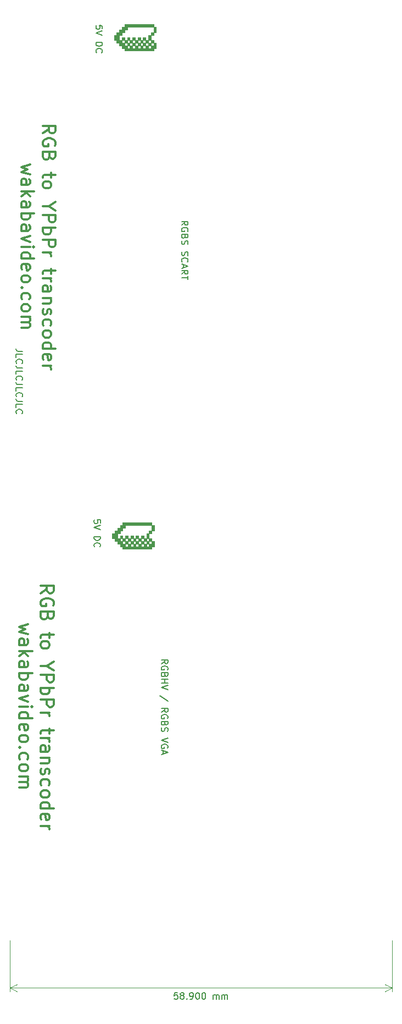
<source format=gbr>
G04 #@! TF.GenerationSoftware,KiCad,Pcbnew,(5.1.12)-1*
G04 #@! TF.CreationDate,2021-11-28T05:59:15+13:00*
G04 #@! TF.ProjectId,RGB-to-component-covers,5247422d-746f-42d6-936f-6d706f6e656e,rev?*
G04 #@! TF.SameCoordinates,Original*
G04 #@! TF.FileFunction,Legend,Top*
G04 #@! TF.FilePolarity,Positive*
%FSLAX46Y46*%
G04 Gerber Fmt 4.6, Leading zero omitted, Abs format (unit mm)*
G04 Created by KiCad (PCBNEW (5.1.12)-1) date 2021-11-28 05:59:15*
%MOMM*%
%LPD*%
G01*
G04 APERTURE LIST*
%ADD10C,0.150000*%
%ADD11C,0.120000*%
%ADD12C,0.300000*%
%ADD13C,0.010000*%
G04 APERTURE END LIST*
D10*
X101830952Y-194022380D02*
X101354761Y-194022380D01*
X101307142Y-194498571D01*
X101354761Y-194450952D01*
X101450000Y-194403333D01*
X101688095Y-194403333D01*
X101783333Y-194450952D01*
X101830952Y-194498571D01*
X101878571Y-194593809D01*
X101878571Y-194831904D01*
X101830952Y-194927142D01*
X101783333Y-194974761D01*
X101688095Y-195022380D01*
X101450000Y-195022380D01*
X101354761Y-194974761D01*
X101307142Y-194927142D01*
X102450000Y-194450952D02*
X102354761Y-194403333D01*
X102307142Y-194355714D01*
X102259523Y-194260476D01*
X102259523Y-194212857D01*
X102307142Y-194117619D01*
X102354761Y-194070000D01*
X102450000Y-194022380D01*
X102640476Y-194022380D01*
X102735714Y-194070000D01*
X102783333Y-194117619D01*
X102830952Y-194212857D01*
X102830952Y-194260476D01*
X102783333Y-194355714D01*
X102735714Y-194403333D01*
X102640476Y-194450952D01*
X102450000Y-194450952D01*
X102354761Y-194498571D01*
X102307142Y-194546190D01*
X102259523Y-194641428D01*
X102259523Y-194831904D01*
X102307142Y-194927142D01*
X102354761Y-194974761D01*
X102450000Y-195022380D01*
X102640476Y-195022380D01*
X102735714Y-194974761D01*
X102783333Y-194927142D01*
X102830952Y-194831904D01*
X102830952Y-194641428D01*
X102783333Y-194546190D01*
X102735714Y-194498571D01*
X102640476Y-194450952D01*
X103259523Y-194927142D02*
X103307142Y-194974761D01*
X103259523Y-195022380D01*
X103211904Y-194974761D01*
X103259523Y-194927142D01*
X103259523Y-195022380D01*
X103783333Y-195022380D02*
X103973809Y-195022380D01*
X104069047Y-194974761D01*
X104116666Y-194927142D01*
X104211904Y-194784285D01*
X104259523Y-194593809D01*
X104259523Y-194212857D01*
X104211904Y-194117619D01*
X104164285Y-194070000D01*
X104069047Y-194022380D01*
X103878571Y-194022380D01*
X103783333Y-194070000D01*
X103735714Y-194117619D01*
X103688095Y-194212857D01*
X103688095Y-194450952D01*
X103735714Y-194546190D01*
X103783333Y-194593809D01*
X103878571Y-194641428D01*
X104069047Y-194641428D01*
X104164285Y-194593809D01*
X104211904Y-194546190D01*
X104259523Y-194450952D01*
X104878571Y-194022380D02*
X104973809Y-194022380D01*
X105069047Y-194070000D01*
X105116666Y-194117619D01*
X105164285Y-194212857D01*
X105211904Y-194403333D01*
X105211904Y-194641428D01*
X105164285Y-194831904D01*
X105116666Y-194927142D01*
X105069047Y-194974761D01*
X104973809Y-195022380D01*
X104878571Y-195022380D01*
X104783333Y-194974761D01*
X104735714Y-194927142D01*
X104688095Y-194831904D01*
X104640476Y-194641428D01*
X104640476Y-194403333D01*
X104688095Y-194212857D01*
X104735714Y-194117619D01*
X104783333Y-194070000D01*
X104878571Y-194022380D01*
X105830952Y-194022380D02*
X105926190Y-194022380D01*
X106021428Y-194070000D01*
X106069047Y-194117619D01*
X106116666Y-194212857D01*
X106164285Y-194403333D01*
X106164285Y-194641428D01*
X106116666Y-194831904D01*
X106069047Y-194927142D01*
X106021428Y-194974761D01*
X105926190Y-195022380D01*
X105830952Y-195022380D01*
X105735714Y-194974761D01*
X105688095Y-194927142D01*
X105640476Y-194831904D01*
X105592857Y-194641428D01*
X105592857Y-194403333D01*
X105640476Y-194212857D01*
X105688095Y-194117619D01*
X105735714Y-194070000D01*
X105830952Y-194022380D01*
X107354761Y-195022380D02*
X107354761Y-194355714D01*
X107354761Y-194450952D02*
X107402380Y-194403333D01*
X107497619Y-194355714D01*
X107640476Y-194355714D01*
X107735714Y-194403333D01*
X107783333Y-194498571D01*
X107783333Y-195022380D01*
X107783333Y-194498571D02*
X107830952Y-194403333D01*
X107926190Y-194355714D01*
X108069047Y-194355714D01*
X108164285Y-194403333D01*
X108211904Y-194498571D01*
X108211904Y-195022380D01*
X108688095Y-195022380D02*
X108688095Y-194355714D01*
X108688095Y-194450952D02*
X108735714Y-194403333D01*
X108830952Y-194355714D01*
X108973809Y-194355714D01*
X109069047Y-194403333D01*
X109116666Y-194498571D01*
X109116666Y-195022380D01*
X109116666Y-194498571D02*
X109164285Y-194403333D01*
X109259523Y-194355714D01*
X109402380Y-194355714D01*
X109497619Y-194403333D01*
X109545238Y-194498571D01*
X109545238Y-195022380D01*
D11*
X134900000Y-193300000D02*
X76000000Y-193300000D01*
X134900000Y-185950000D02*
X134900000Y-193886421D01*
X76000000Y-185950000D02*
X76000000Y-193886421D01*
X76000000Y-193300000D02*
X77126504Y-192713579D01*
X76000000Y-193300000D02*
X77126504Y-193886421D01*
X134900000Y-193300000D02*
X133773496Y-192713579D01*
X134900000Y-193300000D02*
X133773496Y-193886421D01*
D12*
X81045238Y-61723809D02*
X81997619Y-61057142D01*
X81045238Y-60580952D02*
X83045238Y-60580952D01*
X83045238Y-61342857D01*
X82950000Y-61533333D01*
X82854761Y-61628571D01*
X82664285Y-61723809D01*
X82378571Y-61723809D01*
X82188095Y-61628571D01*
X82092857Y-61533333D01*
X81997619Y-61342857D01*
X81997619Y-60580952D01*
X82950000Y-63628571D02*
X83045238Y-63438095D01*
X83045238Y-63152380D01*
X82950000Y-62866666D01*
X82759523Y-62676190D01*
X82569047Y-62580952D01*
X82188095Y-62485714D01*
X81902380Y-62485714D01*
X81521428Y-62580952D01*
X81330952Y-62676190D01*
X81140476Y-62866666D01*
X81045238Y-63152380D01*
X81045238Y-63342857D01*
X81140476Y-63628571D01*
X81235714Y-63723809D01*
X81902380Y-63723809D01*
X81902380Y-63342857D01*
X82092857Y-65247619D02*
X81997619Y-65533333D01*
X81902380Y-65628571D01*
X81711904Y-65723809D01*
X81426190Y-65723809D01*
X81235714Y-65628571D01*
X81140476Y-65533333D01*
X81045238Y-65342857D01*
X81045238Y-64580952D01*
X83045238Y-64580952D01*
X83045238Y-65247619D01*
X82950000Y-65438095D01*
X82854761Y-65533333D01*
X82664285Y-65628571D01*
X82473809Y-65628571D01*
X82283333Y-65533333D01*
X82188095Y-65438095D01*
X82092857Y-65247619D01*
X82092857Y-64580952D01*
X82378571Y-67819047D02*
X82378571Y-68580952D01*
X83045238Y-68104761D02*
X81330952Y-68104761D01*
X81140476Y-68200000D01*
X81045238Y-68390476D01*
X81045238Y-68580952D01*
X81045238Y-69533333D02*
X81140476Y-69342857D01*
X81235714Y-69247619D01*
X81426190Y-69152380D01*
X81997619Y-69152380D01*
X82188095Y-69247619D01*
X82283333Y-69342857D01*
X82378571Y-69533333D01*
X82378571Y-69819047D01*
X82283333Y-70009523D01*
X82188095Y-70104761D01*
X81997619Y-70200000D01*
X81426190Y-70200000D01*
X81235714Y-70104761D01*
X81140476Y-70009523D01*
X81045238Y-69819047D01*
X81045238Y-69533333D01*
X81997619Y-72961904D02*
X81045238Y-72961904D01*
X83045238Y-72295238D02*
X81997619Y-72961904D01*
X83045238Y-73628571D01*
X81045238Y-74295238D02*
X83045238Y-74295238D01*
X83045238Y-75057142D01*
X82950000Y-75247619D01*
X82854761Y-75342857D01*
X82664285Y-75438095D01*
X82378571Y-75438095D01*
X82188095Y-75342857D01*
X82092857Y-75247619D01*
X81997619Y-75057142D01*
X81997619Y-74295238D01*
X81045238Y-76295238D02*
X83045238Y-76295238D01*
X82283333Y-76295238D02*
X82378571Y-76485714D01*
X82378571Y-76866666D01*
X82283333Y-77057142D01*
X82188095Y-77152380D01*
X81997619Y-77247619D01*
X81426190Y-77247619D01*
X81235714Y-77152380D01*
X81140476Y-77057142D01*
X81045238Y-76866666D01*
X81045238Y-76485714D01*
X81140476Y-76295238D01*
X81045238Y-78104761D02*
X83045238Y-78104761D01*
X83045238Y-78866666D01*
X82950000Y-79057142D01*
X82854761Y-79152380D01*
X82664285Y-79247619D01*
X82378571Y-79247619D01*
X82188095Y-79152380D01*
X82092857Y-79057142D01*
X81997619Y-78866666D01*
X81997619Y-78104761D01*
X81045238Y-80104761D02*
X82378571Y-80104761D01*
X81997619Y-80104761D02*
X82188095Y-80200000D01*
X82283333Y-80295238D01*
X82378571Y-80485714D01*
X82378571Y-80676190D01*
X82378571Y-82580952D02*
X82378571Y-83342857D01*
X83045238Y-82866666D02*
X81330952Y-82866666D01*
X81140476Y-82961904D01*
X81045238Y-83152380D01*
X81045238Y-83342857D01*
X81045238Y-84009523D02*
X82378571Y-84009523D01*
X81997619Y-84009523D02*
X82188095Y-84104761D01*
X82283333Y-84200000D01*
X82378571Y-84390476D01*
X82378571Y-84580952D01*
X81045238Y-86104761D02*
X82092857Y-86104761D01*
X82283333Y-86009523D01*
X82378571Y-85819047D01*
X82378571Y-85438095D01*
X82283333Y-85247619D01*
X81140476Y-86104761D02*
X81045238Y-85914285D01*
X81045238Y-85438095D01*
X81140476Y-85247619D01*
X81330952Y-85152380D01*
X81521428Y-85152380D01*
X81711904Y-85247619D01*
X81807142Y-85438095D01*
X81807142Y-85914285D01*
X81902380Y-86104761D01*
X82378571Y-87057142D02*
X81045238Y-87057142D01*
X82188095Y-87057142D02*
X82283333Y-87152380D01*
X82378571Y-87342857D01*
X82378571Y-87628571D01*
X82283333Y-87819047D01*
X82092857Y-87914285D01*
X81045238Y-87914285D01*
X81140476Y-88771428D02*
X81045238Y-88961904D01*
X81045238Y-89342857D01*
X81140476Y-89533333D01*
X81330952Y-89628571D01*
X81426190Y-89628571D01*
X81616666Y-89533333D01*
X81711904Y-89342857D01*
X81711904Y-89057142D01*
X81807142Y-88866666D01*
X81997619Y-88771428D01*
X82092857Y-88771428D01*
X82283333Y-88866666D01*
X82378571Y-89057142D01*
X82378571Y-89342857D01*
X82283333Y-89533333D01*
X81140476Y-91342857D02*
X81045238Y-91152380D01*
X81045238Y-90771428D01*
X81140476Y-90580952D01*
X81235714Y-90485714D01*
X81426190Y-90390476D01*
X81997619Y-90390476D01*
X82188095Y-90485714D01*
X82283333Y-90580952D01*
X82378571Y-90771428D01*
X82378571Y-91152380D01*
X82283333Y-91342857D01*
X81045238Y-92485714D02*
X81140476Y-92295238D01*
X81235714Y-92200000D01*
X81426190Y-92104761D01*
X81997619Y-92104761D01*
X82188095Y-92200000D01*
X82283333Y-92295238D01*
X82378571Y-92485714D01*
X82378571Y-92771428D01*
X82283333Y-92961904D01*
X82188095Y-93057142D01*
X81997619Y-93152380D01*
X81426190Y-93152380D01*
X81235714Y-93057142D01*
X81140476Y-92961904D01*
X81045238Y-92771428D01*
X81045238Y-92485714D01*
X81045238Y-94866666D02*
X83045238Y-94866666D01*
X81140476Y-94866666D02*
X81045238Y-94676190D01*
X81045238Y-94295238D01*
X81140476Y-94104761D01*
X81235714Y-94009523D01*
X81426190Y-93914285D01*
X81997619Y-93914285D01*
X82188095Y-94009523D01*
X82283333Y-94104761D01*
X82378571Y-94295238D01*
X82378571Y-94676190D01*
X82283333Y-94866666D01*
X81140476Y-96580952D02*
X81045238Y-96390476D01*
X81045238Y-96009523D01*
X81140476Y-95819047D01*
X81330952Y-95723809D01*
X82092857Y-95723809D01*
X82283333Y-95819047D01*
X82378571Y-96009523D01*
X82378571Y-96390476D01*
X82283333Y-96580952D01*
X82092857Y-96676190D01*
X81902380Y-96676190D01*
X81711904Y-95723809D01*
X81045238Y-97533333D02*
X82378571Y-97533333D01*
X81997619Y-97533333D02*
X82188095Y-97628571D01*
X82283333Y-97723809D01*
X82378571Y-97914285D01*
X82378571Y-98104761D01*
X79078571Y-66533333D02*
X77745238Y-66914285D01*
X78697619Y-67295238D01*
X77745238Y-67676190D01*
X79078571Y-68057142D01*
X77745238Y-69676190D02*
X78792857Y-69676190D01*
X78983333Y-69580952D01*
X79078571Y-69390476D01*
X79078571Y-69009523D01*
X78983333Y-68819047D01*
X77840476Y-69676190D02*
X77745238Y-69485714D01*
X77745238Y-69009523D01*
X77840476Y-68819047D01*
X78030952Y-68723809D01*
X78221428Y-68723809D01*
X78411904Y-68819047D01*
X78507142Y-69009523D01*
X78507142Y-69485714D01*
X78602380Y-69676190D01*
X77745238Y-70628571D02*
X79745238Y-70628571D01*
X78507142Y-70819047D02*
X77745238Y-71390476D01*
X79078571Y-71390476D02*
X78316666Y-70628571D01*
X77745238Y-73104761D02*
X78792857Y-73104761D01*
X78983333Y-73009523D01*
X79078571Y-72819047D01*
X79078571Y-72438095D01*
X78983333Y-72247619D01*
X77840476Y-73104761D02*
X77745238Y-72914285D01*
X77745238Y-72438095D01*
X77840476Y-72247619D01*
X78030952Y-72152380D01*
X78221428Y-72152380D01*
X78411904Y-72247619D01*
X78507142Y-72438095D01*
X78507142Y-72914285D01*
X78602380Y-73104761D01*
X77745238Y-74057142D02*
X79745238Y-74057142D01*
X78983333Y-74057142D02*
X79078571Y-74247619D01*
X79078571Y-74628571D01*
X78983333Y-74819047D01*
X78888095Y-74914285D01*
X78697619Y-75009523D01*
X78126190Y-75009523D01*
X77935714Y-74914285D01*
X77840476Y-74819047D01*
X77745238Y-74628571D01*
X77745238Y-74247619D01*
X77840476Y-74057142D01*
X77745238Y-76723809D02*
X78792857Y-76723809D01*
X78983333Y-76628571D01*
X79078571Y-76438095D01*
X79078571Y-76057142D01*
X78983333Y-75866666D01*
X77840476Y-76723809D02*
X77745238Y-76533333D01*
X77745238Y-76057142D01*
X77840476Y-75866666D01*
X78030952Y-75771428D01*
X78221428Y-75771428D01*
X78411904Y-75866666D01*
X78507142Y-76057142D01*
X78507142Y-76533333D01*
X78602380Y-76723809D01*
X79078571Y-77485714D02*
X77745238Y-77961904D01*
X79078571Y-78438095D01*
X77745238Y-79200000D02*
X79078571Y-79200000D01*
X79745238Y-79200000D02*
X79650000Y-79104761D01*
X79554761Y-79200000D01*
X79650000Y-79295238D01*
X79745238Y-79200000D01*
X79554761Y-79200000D01*
X77745238Y-81009523D02*
X79745238Y-81009523D01*
X77840476Y-81009523D02*
X77745238Y-80819047D01*
X77745238Y-80438095D01*
X77840476Y-80247619D01*
X77935714Y-80152380D01*
X78126190Y-80057142D01*
X78697619Y-80057142D01*
X78888095Y-80152380D01*
X78983333Y-80247619D01*
X79078571Y-80438095D01*
X79078571Y-80819047D01*
X78983333Y-81009523D01*
X77840476Y-82723809D02*
X77745238Y-82533333D01*
X77745238Y-82152380D01*
X77840476Y-81961904D01*
X78030952Y-81866666D01*
X78792857Y-81866666D01*
X78983333Y-81961904D01*
X79078571Y-82152380D01*
X79078571Y-82533333D01*
X78983333Y-82723809D01*
X78792857Y-82819047D01*
X78602380Y-82819047D01*
X78411904Y-81866666D01*
X77745238Y-83961904D02*
X77840476Y-83771428D01*
X77935714Y-83676190D01*
X78126190Y-83580952D01*
X78697619Y-83580952D01*
X78888095Y-83676190D01*
X78983333Y-83771428D01*
X79078571Y-83961904D01*
X79078571Y-84247619D01*
X78983333Y-84438095D01*
X78888095Y-84533333D01*
X78697619Y-84628571D01*
X78126190Y-84628571D01*
X77935714Y-84533333D01*
X77840476Y-84438095D01*
X77745238Y-84247619D01*
X77745238Y-83961904D01*
X77935714Y-85485714D02*
X77840476Y-85580952D01*
X77745238Y-85485714D01*
X77840476Y-85390476D01*
X77935714Y-85485714D01*
X77745238Y-85485714D01*
X77840476Y-87295238D02*
X77745238Y-87104761D01*
X77745238Y-86723809D01*
X77840476Y-86533333D01*
X77935714Y-86438095D01*
X78126190Y-86342857D01*
X78697619Y-86342857D01*
X78888095Y-86438095D01*
X78983333Y-86533333D01*
X79078571Y-86723809D01*
X79078571Y-87104761D01*
X78983333Y-87295238D01*
X77745238Y-88438095D02*
X77840476Y-88247619D01*
X77935714Y-88152380D01*
X78126190Y-88057142D01*
X78697619Y-88057142D01*
X78888095Y-88152380D01*
X78983333Y-88247619D01*
X79078571Y-88438095D01*
X79078571Y-88723809D01*
X78983333Y-88914285D01*
X78888095Y-89009523D01*
X78697619Y-89104761D01*
X78126190Y-89104761D01*
X77935714Y-89009523D01*
X77840476Y-88914285D01*
X77745238Y-88723809D01*
X77745238Y-88438095D01*
X77745238Y-89961904D02*
X79078571Y-89961904D01*
X78888095Y-89961904D02*
X78983333Y-90057142D01*
X79078571Y-90247619D01*
X79078571Y-90533333D01*
X78983333Y-90723809D01*
X78792857Y-90819047D01*
X77745238Y-90819047D01*
X78792857Y-90819047D02*
X78983333Y-90914285D01*
X79078571Y-91104761D01*
X79078571Y-91390476D01*
X78983333Y-91580952D01*
X78792857Y-91676190D01*
X77745238Y-91676190D01*
D10*
X90247619Y-45628571D02*
X90247619Y-45152380D01*
X89771428Y-45104761D01*
X89819047Y-45152380D01*
X89866666Y-45247619D01*
X89866666Y-45485714D01*
X89819047Y-45580952D01*
X89771428Y-45628571D01*
X89676190Y-45676190D01*
X89438095Y-45676190D01*
X89342857Y-45628571D01*
X89295238Y-45580952D01*
X89247619Y-45485714D01*
X89247619Y-45247619D01*
X89295238Y-45152380D01*
X89342857Y-45104761D01*
X90247619Y-45961904D02*
X89247619Y-46295238D01*
X90247619Y-46628571D01*
X89247619Y-47723809D02*
X90247619Y-47723809D01*
X90247619Y-47961904D01*
X90200000Y-48104761D01*
X90104761Y-48200000D01*
X90009523Y-48247619D01*
X89819047Y-48295238D01*
X89676190Y-48295238D01*
X89485714Y-48247619D01*
X89390476Y-48200000D01*
X89295238Y-48104761D01*
X89247619Y-47961904D01*
X89247619Y-47723809D01*
X89342857Y-49295238D02*
X89295238Y-49247619D01*
X89247619Y-49104761D01*
X89247619Y-49009523D01*
X89295238Y-48866666D01*
X89390476Y-48771428D01*
X89485714Y-48723809D01*
X89676190Y-48676190D01*
X89819047Y-48676190D01*
X90009523Y-48723809D01*
X90104761Y-48771428D01*
X90200000Y-48866666D01*
X90247619Y-49009523D01*
X90247619Y-49104761D01*
X90200000Y-49247619D01*
X90152380Y-49295238D01*
X102447619Y-75866666D02*
X102923809Y-75533333D01*
X102447619Y-75295238D02*
X103447619Y-75295238D01*
X103447619Y-75676190D01*
X103400000Y-75771428D01*
X103352380Y-75819047D01*
X103257142Y-75866666D01*
X103114285Y-75866666D01*
X103019047Y-75819047D01*
X102971428Y-75771428D01*
X102923809Y-75676190D01*
X102923809Y-75295238D01*
X103400000Y-76819047D02*
X103447619Y-76723809D01*
X103447619Y-76580952D01*
X103400000Y-76438095D01*
X103304761Y-76342857D01*
X103209523Y-76295238D01*
X103019047Y-76247619D01*
X102876190Y-76247619D01*
X102685714Y-76295238D01*
X102590476Y-76342857D01*
X102495238Y-76438095D01*
X102447619Y-76580952D01*
X102447619Y-76676190D01*
X102495238Y-76819047D01*
X102542857Y-76866666D01*
X102876190Y-76866666D01*
X102876190Y-76676190D01*
X102971428Y-77628571D02*
X102923809Y-77771428D01*
X102876190Y-77819047D01*
X102780952Y-77866666D01*
X102638095Y-77866666D01*
X102542857Y-77819047D01*
X102495238Y-77771428D01*
X102447619Y-77676190D01*
X102447619Y-77295238D01*
X103447619Y-77295238D01*
X103447619Y-77628571D01*
X103400000Y-77723809D01*
X103352380Y-77771428D01*
X103257142Y-77819047D01*
X103161904Y-77819047D01*
X103066666Y-77771428D01*
X103019047Y-77723809D01*
X102971428Y-77628571D01*
X102971428Y-77295238D01*
X102495238Y-78247619D02*
X102447619Y-78390476D01*
X102447619Y-78628571D01*
X102495238Y-78723809D01*
X102542857Y-78771428D01*
X102638095Y-78819047D01*
X102733333Y-78819047D01*
X102828571Y-78771428D01*
X102876190Y-78723809D01*
X102923809Y-78628571D01*
X102971428Y-78438095D01*
X103019047Y-78342857D01*
X103066666Y-78295238D01*
X103161904Y-78247619D01*
X103257142Y-78247619D01*
X103352380Y-78295238D01*
X103400000Y-78342857D01*
X103447619Y-78438095D01*
X103447619Y-78676190D01*
X103400000Y-78819047D01*
X102495238Y-79961904D02*
X102447619Y-80104761D01*
X102447619Y-80342857D01*
X102495238Y-80438095D01*
X102542857Y-80485714D01*
X102638095Y-80533333D01*
X102733333Y-80533333D01*
X102828571Y-80485714D01*
X102876190Y-80438095D01*
X102923809Y-80342857D01*
X102971428Y-80152380D01*
X103019047Y-80057142D01*
X103066666Y-80009523D01*
X103161904Y-79961904D01*
X103257142Y-79961904D01*
X103352380Y-80009523D01*
X103400000Y-80057142D01*
X103447619Y-80152380D01*
X103447619Y-80390476D01*
X103400000Y-80533333D01*
X102542857Y-81533333D02*
X102495238Y-81485714D01*
X102447619Y-81342857D01*
X102447619Y-81247619D01*
X102495238Y-81104761D01*
X102590476Y-81009523D01*
X102685714Y-80961904D01*
X102876190Y-80914285D01*
X103019047Y-80914285D01*
X103209523Y-80961904D01*
X103304761Y-81009523D01*
X103400000Y-81104761D01*
X103447619Y-81247619D01*
X103447619Y-81342857D01*
X103400000Y-81485714D01*
X103352380Y-81533333D01*
X102733333Y-81914285D02*
X102733333Y-82390476D01*
X102447619Y-81819047D02*
X103447619Y-82152380D01*
X102447619Y-82485714D01*
X102447619Y-83390476D02*
X102923809Y-83057142D01*
X102447619Y-82819047D02*
X103447619Y-82819047D01*
X103447619Y-83200000D01*
X103400000Y-83295238D01*
X103352380Y-83342857D01*
X103257142Y-83390476D01*
X103114285Y-83390476D01*
X103019047Y-83342857D01*
X102971428Y-83295238D01*
X102923809Y-83200000D01*
X102923809Y-82819047D01*
X103447619Y-83676190D02*
X103447619Y-84247619D01*
X102447619Y-83961904D02*
X103447619Y-83961904D01*
X77947619Y-95280952D02*
X77233333Y-95280952D01*
X77090476Y-95233333D01*
X76995238Y-95138095D01*
X76947619Y-94995238D01*
X76947619Y-94900000D01*
X76947619Y-96233333D02*
X76947619Y-95757142D01*
X77947619Y-95757142D01*
X77042857Y-97138095D02*
X76995238Y-97090476D01*
X76947619Y-96947619D01*
X76947619Y-96852380D01*
X76995238Y-96709523D01*
X77090476Y-96614285D01*
X77185714Y-96566666D01*
X77376190Y-96519047D01*
X77519047Y-96519047D01*
X77709523Y-96566666D01*
X77804761Y-96614285D01*
X77900000Y-96709523D01*
X77947619Y-96852380D01*
X77947619Y-96947619D01*
X77900000Y-97090476D01*
X77852380Y-97138095D01*
X77947619Y-97852380D02*
X77233333Y-97852380D01*
X77090476Y-97804761D01*
X76995238Y-97709523D01*
X76947619Y-97566666D01*
X76947619Y-97471428D01*
X76947619Y-98804761D02*
X76947619Y-98328571D01*
X77947619Y-98328571D01*
X77042857Y-99709523D02*
X76995238Y-99661904D01*
X76947619Y-99519047D01*
X76947619Y-99423809D01*
X76995238Y-99280952D01*
X77090476Y-99185714D01*
X77185714Y-99138095D01*
X77376190Y-99090476D01*
X77519047Y-99090476D01*
X77709523Y-99138095D01*
X77804761Y-99185714D01*
X77900000Y-99280952D01*
X77947619Y-99423809D01*
X77947619Y-99519047D01*
X77900000Y-99661904D01*
X77852380Y-99709523D01*
X77947619Y-100423809D02*
X77233333Y-100423809D01*
X77090476Y-100376190D01*
X76995238Y-100280952D01*
X76947619Y-100138095D01*
X76947619Y-100042857D01*
X76947619Y-101376190D02*
X76947619Y-100900000D01*
X77947619Y-100900000D01*
X77042857Y-102280952D02*
X76995238Y-102233333D01*
X76947619Y-102090476D01*
X76947619Y-101995238D01*
X76995238Y-101852380D01*
X77090476Y-101757142D01*
X77185714Y-101709523D01*
X77376190Y-101661904D01*
X77519047Y-101661904D01*
X77709523Y-101709523D01*
X77804761Y-101757142D01*
X77900000Y-101852380D01*
X77947619Y-101995238D01*
X77947619Y-102090476D01*
X77900000Y-102233333D01*
X77852380Y-102280952D01*
X77947619Y-102995238D02*
X77233333Y-102995238D01*
X77090476Y-102947619D01*
X76995238Y-102852380D01*
X76947619Y-102709523D01*
X76947619Y-102614285D01*
X76947619Y-103947619D02*
X76947619Y-103471428D01*
X77947619Y-103471428D01*
X77042857Y-104852380D02*
X76995238Y-104804761D01*
X76947619Y-104661904D01*
X76947619Y-104566666D01*
X76995238Y-104423809D01*
X77090476Y-104328571D01*
X77185714Y-104280952D01*
X77376190Y-104233333D01*
X77519047Y-104233333D01*
X77709523Y-104280952D01*
X77804761Y-104328571D01*
X77900000Y-104423809D01*
X77947619Y-104566666D01*
X77947619Y-104661904D01*
X77900000Y-104804761D01*
X77852380Y-104852380D01*
D12*
X80745238Y-132523809D02*
X81697619Y-131857142D01*
X80745238Y-131380952D02*
X82745238Y-131380952D01*
X82745238Y-132142857D01*
X82650000Y-132333333D01*
X82554761Y-132428571D01*
X82364285Y-132523809D01*
X82078571Y-132523809D01*
X81888095Y-132428571D01*
X81792857Y-132333333D01*
X81697619Y-132142857D01*
X81697619Y-131380952D01*
X82650000Y-134428571D02*
X82745238Y-134238095D01*
X82745238Y-133952380D01*
X82650000Y-133666666D01*
X82459523Y-133476190D01*
X82269047Y-133380952D01*
X81888095Y-133285714D01*
X81602380Y-133285714D01*
X81221428Y-133380952D01*
X81030952Y-133476190D01*
X80840476Y-133666666D01*
X80745238Y-133952380D01*
X80745238Y-134142857D01*
X80840476Y-134428571D01*
X80935714Y-134523809D01*
X81602380Y-134523809D01*
X81602380Y-134142857D01*
X81792857Y-136047619D02*
X81697619Y-136333333D01*
X81602380Y-136428571D01*
X81411904Y-136523809D01*
X81126190Y-136523809D01*
X80935714Y-136428571D01*
X80840476Y-136333333D01*
X80745238Y-136142857D01*
X80745238Y-135380952D01*
X82745238Y-135380952D01*
X82745238Y-136047619D01*
X82650000Y-136238095D01*
X82554761Y-136333333D01*
X82364285Y-136428571D01*
X82173809Y-136428571D01*
X81983333Y-136333333D01*
X81888095Y-136238095D01*
X81792857Y-136047619D01*
X81792857Y-135380952D01*
X82078571Y-138619047D02*
X82078571Y-139380952D01*
X82745238Y-138904761D02*
X81030952Y-138904761D01*
X80840476Y-139000000D01*
X80745238Y-139190476D01*
X80745238Y-139380952D01*
X80745238Y-140333333D02*
X80840476Y-140142857D01*
X80935714Y-140047619D01*
X81126190Y-139952380D01*
X81697619Y-139952380D01*
X81888095Y-140047619D01*
X81983333Y-140142857D01*
X82078571Y-140333333D01*
X82078571Y-140619047D01*
X81983333Y-140809523D01*
X81888095Y-140904761D01*
X81697619Y-141000000D01*
X81126190Y-141000000D01*
X80935714Y-140904761D01*
X80840476Y-140809523D01*
X80745238Y-140619047D01*
X80745238Y-140333333D01*
X81697619Y-143761904D02*
X80745238Y-143761904D01*
X82745238Y-143095238D02*
X81697619Y-143761904D01*
X82745238Y-144428571D01*
X80745238Y-145095238D02*
X82745238Y-145095238D01*
X82745238Y-145857142D01*
X82650000Y-146047619D01*
X82554761Y-146142857D01*
X82364285Y-146238095D01*
X82078571Y-146238095D01*
X81888095Y-146142857D01*
X81792857Y-146047619D01*
X81697619Y-145857142D01*
X81697619Y-145095238D01*
X80745238Y-147095238D02*
X82745238Y-147095238D01*
X81983333Y-147095238D02*
X82078571Y-147285714D01*
X82078571Y-147666666D01*
X81983333Y-147857142D01*
X81888095Y-147952380D01*
X81697619Y-148047619D01*
X81126190Y-148047619D01*
X80935714Y-147952380D01*
X80840476Y-147857142D01*
X80745238Y-147666666D01*
X80745238Y-147285714D01*
X80840476Y-147095238D01*
X80745238Y-148904761D02*
X82745238Y-148904761D01*
X82745238Y-149666666D01*
X82650000Y-149857142D01*
X82554761Y-149952380D01*
X82364285Y-150047619D01*
X82078571Y-150047619D01*
X81888095Y-149952380D01*
X81792857Y-149857142D01*
X81697619Y-149666666D01*
X81697619Y-148904761D01*
X80745238Y-150904761D02*
X82078571Y-150904761D01*
X81697619Y-150904761D02*
X81888095Y-151000000D01*
X81983333Y-151095238D01*
X82078571Y-151285714D01*
X82078571Y-151476190D01*
X82078571Y-153380952D02*
X82078571Y-154142857D01*
X82745238Y-153666666D02*
X81030952Y-153666666D01*
X80840476Y-153761904D01*
X80745238Y-153952380D01*
X80745238Y-154142857D01*
X80745238Y-154809523D02*
X82078571Y-154809523D01*
X81697619Y-154809523D02*
X81888095Y-154904761D01*
X81983333Y-155000000D01*
X82078571Y-155190476D01*
X82078571Y-155380952D01*
X80745238Y-156904761D02*
X81792857Y-156904761D01*
X81983333Y-156809523D01*
X82078571Y-156619047D01*
X82078571Y-156238095D01*
X81983333Y-156047619D01*
X80840476Y-156904761D02*
X80745238Y-156714285D01*
X80745238Y-156238095D01*
X80840476Y-156047619D01*
X81030952Y-155952380D01*
X81221428Y-155952380D01*
X81411904Y-156047619D01*
X81507142Y-156238095D01*
X81507142Y-156714285D01*
X81602380Y-156904761D01*
X82078571Y-157857142D02*
X80745238Y-157857142D01*
X81888095Y-157857142D02*
X81983333Y-157952380D01*
X82078571Y-158142857D01*
X82078571Y-158428571D01*
X81983333Y-158619047D01*
X81792857Y-158714285D01*
X80745238Y-158714285D01*
X80840476Y-159571428D02*
X80745238Y-159761904D01*
X80745238Y-160142857D01*
X80840476Y-160333333D01*
X81030952Y-160428571D01*
X81126190Y-160428571D01*
X81316666Y-160333333D01*
X81411904Y-160142857D01*
X81411904Y-159857142D01*
X81507142Y-159666666D01*
X81697619Y-159571428D01*
X81792857Y-159571428D01*
X81983333Y-159666666D01*
X82078571Y-159857142D01*
X82078571Y-160142857D01*
X81983333Y-160333333D01*
X80840476Y-162142857D02*
X80745238Y-161952380D01*
X80745238Y-161571428D01*
X80840476Y-161380952D01*
X80935714Y-161285714D01*
X81126190Y-161190476D01*
X81697619Y-161190476D01*
X81888095Y-161285714D01*
X81983333Y-161380952D01*
X82078571Y-161571428D01*
X82078571Y-161952380D01*
X81983333Y-162142857D01*
X80745238Y-163285714D02*
X80840476Y-163095238D01*
X80935714Y-163000000D01*
X81126190Y-162904761D01*
X81697619Y-162904761D01*
X81888095Y-163000000D01*
X81983333Y-163095238D01*
X82078571Y-163285714D01*
X82078571Y-163571428D01*
X81983333Y-163761904D01*
X81888095Y-163857142D01*
X81697619Y-163952380D01*
X81126190Y-163952380D01*
X80935714Y-163857142D01*
X80840476Y-163761904D01*
X80745238Y-163571428D01*
X80745238Y-163285714D01*
X80745238Y-165666666D02*
X82745238Y-165666666D01*
X80840476Y-165666666D02*
X80745238Y-165476190D01*
X80745238Y-165095238D01*
X80840476Y-164904761D01*
X80935714Y-164809523D01*
X81126190Y-164714285D01*
X81697619Y-164714285D01*
X81888095Y-164809523D01*
X81983333Y-164904761D01*
X82078571Y-165095238D01*
X82078571Y-165476190D01*
X81983333Y-165666666D01*
X80840476Y-167380952D02*
X80745238Y-167190476D01*
X80745238Y-166809523D01*
X80840476Y-166619047D01*
X81030952Y-166523809D01*
X81792857Y-166523809D01*
X81983333Y-166619047D01*
X82078571Y-166809523D01*
X82078571Y-167190476D01*
X81983333Y-167380952D01*
X81792857Y-167476190D01*
X81602380Y-167476190D01*
X81411904Y-166523809D01*
X80745238Y-168333333D02*
X82078571Y-168333333D01*
X81697619Y-168333333D02*
X81888095Y-168428571D01*
X81983333Y-168523809D01*
X82078571Y-168714285D01*
X82078571Y-168904761D01*
X78778571Y-137333333D02*
X77445238Y-137714285D01*
X78397619Y-138095238D01*
X77445238Y-138476190D01*
X78778571Y-138857142D01*
X77445238Y-140476190D02*
X78492857Y-140476190D01*
X78683333Y-140380952D01*
X78778571Y-140190476D01*
X78778571Y-139809523D01*
X78683333Y-139619047D01*
X77540476Y-140476190D02*
X77445238Y-140285714D01*
X77445238Y-139809523D01*
X77540476Y-139619047D01*
X77730952Y-139523809D01*
X77921428Y-139523809D01*
X78111904Y-139619047D01*
X78207142Y-139809523D01*
X78207142Y-140285714D01*
X78302380Y-140476190D01*
X77445238Y-141428571D02*
X79445238Y-141428571D01*
X78207142Y-141619047D02*
X77445238Y-142190476D01*
X78778571Y-142190476D02*
X78016666Y-141428571D01*
X77445238Y-143904761D02*
X78492857Y-143904761D01*
X78683333Y-143809523D01*
X78778571Y-143619047D01*
X78778571Y-143238095D01*
X78683333Y-143047619D01*
X77540476Y-143904761D02*
X77445238Y-143714285D01*
X77445238Y-143238095D01*
X77540476Y-143047619D01*
X77730952Y-142952380D01*
X77921428Y-142952380D01*
X78111904Y-143047619D01*
X78207142Y-143238095D01*
X78207142Y-143714285D01*
X78302380Y-143904761D01*
X77445238Y-144857142D02*
X79445238Y-144857142D01*
X78683333Y-144857142D02*
X78778571Y-145047619D01*
X78778571Y-145428571D01*
X78683333Y-145619047D01*
X78588095Y-145714285D01*
X78397619Y-145809523D01*
X77826190Y-145809523D01*
X77635714Y-145714285D01*
X77540476Y-145619047D01*
X77445238Y-145428571D01*
X77445238Y-145047619D01*
X77540476Y-144857142D01*
X77445238Y-147523809D02*
X78492857Y-147523809D01*
X78683333Y-147428571D01*
X78778571Y-147238095D01*
X78778571Y-146857142D01*
X78683333Y-146666666D01*
X77540476Y-147523809D02*
X77445238Y-147333333D01*
X77445238Y-146857142D01*
X77540476Y-146666666D01*
X77730952Y-146571428D01*
X77921428Y-146571428D01*
X78111904Y-146666666D01*
X78207142Y-146857142D01*
X78207142Y-147333333D01*
X78302380Y-147523809D01*
X78778571Y-148285714D02*
X77445238Y-148761904D01*
X78778571Y-149238095D01*
X77445238Y-150000000D02*
X78778571Y-150000000D01*
X79445238Y-150000000D02*
X79350000Y-149904761D01*
X79254761Y-150000000D01*
X79350000Y-150095238D01*
X79445238Y-150000000D01*
X79254761Y-150000000D01*
X77445238Y-151809523D02*
X79445238Y-151809523D01*
X77540476Y-151809523D02*
X77445238Y-151619047D01*
X77445238Y-151238095D01*
X77540476Y-151047619D01*
X77635714Y-150952380D01*
X77826190Y-150857142D01*
X78397619Y-150857142D01*
X78588095Y-150952380D01*
X78683333Y-151047619D01*
X78778571Y-151238095D01*
X78778571Y-151619047D01*
X78683333Y-151809523D01*
X77540476Y-153523809D02*
X77445238Y-153333333D01*
X77445238Y-152952380D01*
X77540476Y-152761904D01*
X77730952Y-152666666D01*
X78492857Y-152666666D01*
X78683333Y-152761904D01*
X78778571Y-152952380D01*
X78778571Y-153333333D01*
X78683333Y-153523809D01*
X78492857Y-153619047D01*
X78302380Y-153619047D01*
X78111904Y-152666666D01*
X77445238Y-154761904D02*
X77540476Y-154571428D01*
X77635714Y-154476190D01*
X77826190Y-154380952D01*
X78397619Y-154380952D01*
X78588095Y-154476190D01*
X78683333Y-154571428D01*
X78778571Y-154761904D01*
X78778571Y-155047619D01*
X78683333Y-155238095D01*
X78588095Y-155333333D01*
X78397619Y-155428571D01*
X77826190Y-155428571D01*
X77635714Y-155333333D01*
X77540476Y-155238095D01*
X77445238Y-155047619D01*
X77445238Y-154761904D01*
X77635714Y-156285714D02*
X77540476Y-156380952D01*
X77445238Y-156285714D01*
X77540476Y-156190476D01*
X77635714Y-156285714D01*
X77445238Y-156285714D01*
X77540476Y-158095238D02*
X77445238Y-157904761D01*
X77445238Y-157523809D01*
X77540476Y-157333333D01*
X77635714Y-157238095D01*
X77826190Y-157142857D01*
X78397619Y-157142857D01*
X78588095Y-157238095D01*
X78683333Y-157333333D01*
X78778571Y-157523809D01*
X78778571Y-157904761D01*
X78683333Y-158095238D01*
X77445238Y-159238095D02*
X77540476Y-159047619D01*
X77635714Y-158952380D01*
X77826190Y-158857142D01*
X78397619Y-158857142D01*
X78588095Y-158952380D01*
X78683333Y-159047619D01*
X78778571Y-159238095D01*
X78778571Y-159523809D01*
X78683333Y-159714285D01*
X78588095Y-159809523D01*
X78397619Y-159904761D01*
X77826190Y-159904761D01*
X77635714Y-159809523D01*
X77540476Y-159714285D01*
X77445238Y-159523809D01*
X77445238Y-159238095D01*
X77445238Y-160761904D02*
X78778571Y-160761904D01*
X78588095Y-160761904D02*
X78683333Y-160857142D01*
X78778571Y-161047619D01*
X78778571Y-161333333D01*
X78683333Y-161523809D01*
X78492857Y-161619047D01*
X77445238Y-161619047D01*
X78492857Y-161619047D02*
X78683333Y-161714285D01*
X78778571Y-161904761D01*
X78778571Y-162190476D01*
X78683333Y-162380952D01*
X78492857Y-162476190D01*
X77445238Y-162476190D01*
D10*
X99347619Y-143357142D02*
X99823809Y-143023809D01*
X99347619Y-142785714D02*
X100347619Y-142785714D01*
X100347619Y-143166666D01*
X100300000Y-143261904D01*
X100252380Y-143309523D01*
X100157142Y-143357142D01*
X100014285Y-143357142D01*
X99919047Y-143309523D01*
X99871428Y-143261904D01*
X99823809Y-143166666D01*
X99823809Y-142785714D01*
X100300000Y-144309523D02*
X100347619Y-144214285D01*
X100347619Y-144071428D01*
X100300000Y-143928571D01*
X100204761Y-143833333D01*
X100109523Y-143785714D01*
X99919047Y-143738095D01*
X99776190Y-143738095D01*
X99585714Y-143785714D01*
X99490476Y-143833333D01*
X99395238Y-143928571D01*
X99347619Y-144071428D01*
X99347619Y-144166666D01*
X99395238Y-144309523D01*
X99442857Y-144357142D01*
X99776190Y-144357142D01*
X99776190Y-144166666D01*
X99871428Y-145119047D02*
X99823809Y-145261904D01*
X99776190Y-145309523D01*
X99680952Y-145357142D01*
X99538095Y-145357142D01*
X99442857Y-145309523D01*
X99395238Y-145261904D01*
X99347619Y-145166666D01*
X99347619Y-144785714D01*
X100347619Y-144785714D01*
X100347619Y-145119047D01*
X100300000Y-145214285D01*
X100252380Y-145261904D01*
X100157142Y-145309523D01*
X100061904Y-145309523D01*
X99966666Y-145261904D01*
X99919047Y-145214285D01*
X99871428Y-145119047D01*
X99871428Y-144785714D01*
X99347619Y-145785714D02*
X100347619Y-145785714D01*
X99871428Y-145785714D02*
X99871428Y-146357142D01*
X99347619Y-146357142D02*
X100347619Y-146357142D01*
X100347619Y-146690476D02*
X99347619Y-147023809D01*
X100347619Y-147357142D01*
X100395238Y-149166666D02*
X99109523Y-148309523D01*
X99347619Y-150833333D02*
X99823809Y-150500000D01*
X99347619Y-150261904D02*
X100347619Y-150261904D01*
X100347619Y-150642857D01*
X100300000Y-150738095D01*
X100252380Y-150785714D01*
X100157142Y-150833333D01*
X100014285Y-150833333D01*
X99919047Y-150785714D01*
X99871428Y-150738095D01*
X99823809Y-150642857D01*
X99823809Y-150261904D01*
X100300000Y-151785714D02*
X100347619Y-151690476D01*
X100347619Y-151547619D01*
X100300000Y-151404761D01*
X100204761Y-151309523D01*
X100109523Y-151261904D01*
X99919047Y-151214285D01*
X99776190Y-151214285D01*
X99585714Y-151261904D01*
X99490476Y-151309523D01*
X99395238Y-151404761D01*
X99347619Y-151547619D01*
X99347619Y-151642857D01*
X99395238Y-151785714D01*
X99442857Y-151833333D01*
X99776190Y-151833333D01*
X99776190Y-151642857D01*
X99871428Y-152595238D02*
X99823809Y-152738095D01*
X99776190Y-152785714D01*
X99680952Y-152833333D01*
X99538095Y-152833333D01*
X99442857Y-152785714D01*
X99395238Y-152738095D01*
X99347619Y-152642857D01*
X99347619Y-152261904D01*
X100347619Y-152261904D01*
X100347619Y-152595238D01*
X100300000Y-152690476D01*
X100252380Y-152738095D01*
X100157142Y-152785714D01*
X100061904Y-152785714D01*
X99966666Y-152738095D01*
X99919047Y-152690476D01*
X99871428Y-152595238D01*
X99871428Y-152261904D01*
X99395238Y-153214285D02*
X99347619Y-153357142D01*
X99347619Y-153595238D01*
X99395238Y-153690476D01*
X99442857Y-153738095D01*
X99538095Y-153785714D01*
X99633333Y-153785714D01*
X99728571Y-153738095D01*
X99776190Y-153690476D01*
X99823809Y-153595238D01*
X99871428Y-153404761D01*
X99919047Y-153309523D01*
X99966666Y-153261904D01*
X100061904Y-153214285D01*
X100157142Y-153214285D01*
X100252380Y-153261904D01*
X100300000Y-153309523D01*
X100347619Y-153404761D01*
X100347619Y-153642857D01*
X100300000Y-153785714D01*
X100347619Y-154833333D02*
X99347619Y-155166666D01*
X100347619Y-155500000D01*
X100300000Y-156357142D02*
X100347619Y-156261904D01*
X100347619Y-156119047D01*
X100300000Y-155976190D01*
X100204761Y-155880952D01*
X100109523Y-155833333D01*
X99919047Y-155785714D01*
X99776190Y-155785714D01*
X99585714Y-155833333D01*
X99490476Y-155880952D01*
X99395238Y-155976190D01*
X99347619Y-156119047D01*
X99347619Y-156214285D01*
X99395238Y-156357142D01*
X99442857Y-156404761D01*
X99776190Y-156404761D01*
X99776190Y-156214285D01*
X99633333Y-156785714D02*
X99633333Y-157261904D01*
X99347619Y-156690476D02*
X100347619Y-157023809D01*
X99347619Y-157357142D01*
X89947619Y-121728571D02*
X89947619Y-121252380D01*
X89471428Y-121204761D01*
X89519047Y-121252380D01*
X89566666Y-121347619D01*
X89566666Y-121585714D01*
X89519047Y-121680952D01*
X89471428Y-121728571D01*
X89376190Y-121776190D01*
X89138095Y-121776190D01*
X89042857Y-121728571D01*
X88995238Y-121680952D01*
X88947619Y-121585714D01*
X88947619Y-121347619D01*
X88995238Y-121252380D01*
X89042857Y-121204761D01*
X89947619Y-122061904D02*
X88947619Y-122395238D01*
X89947619Y-122728571D01*
X88947619Y-123823809D02*
X89947619Y-123823809D01*
X89947619Y-124061904D01*
X89900000Y-124204761D01*
X89804761Y-124300000D01*
X89709523Y-124347619D01*
X89519047Y-124395238D01*
X89376190Y-124395238D01*
X89185714Y-124347619D01*
X89090476Y-124300000D01*
X88995238Y-124204761D01*
X88947619Y-124061904D01*
X88947619Y-123823809D01*
X89042857Y-125395238D02*
X88995238Y-125347619D01*
X88947619Y-125204761D01*
X88947619Y-125109523D01*
X88995238Y-124966666D01*
X89090476Y-124871428D01*
X89185714Y-124823809D01*
X89376190Y-124776190D01*
X89519047Y-124776190D01*
X89709523Y-124823809D01*
X89804761Y-124871428D01*
X89900000Y-124966666D01*
X89947619Y-125109523D01*
X89947619Y-125204761D01*
X89900000Y-125347619D01*
X89852380Y-125395238D01*
D13*
G36*
X93674400Y-47812800D02*
G01*
X93674400Y-47406400D01*
X94080800Y-47406400D01*
X94080800Y-47812800D01*
X93674400Y-47812800D01*
G37*
X93674400Y-47812800D02*
X93674400Y-47406400D01*
X94080800Y-47406400D01*
X94080800Y-47812800D01*
X93674400Y-47812800D01*
G36*
X94487200Y-47812800D02*
G01*
X94487200Y-47406400D01*
X94893600Y-47406400D01*
X94893600Y-47812800D01*
X94487200Y-47812800D01*
G37*
X94487200Y-47812800D02*
X94487200Y-47406400D01*
X94893600Y-47406400D01*
X94893600Y-47812800D01*
X94487200Y-47812800D01*
G36*
X95300000Y-47812800D02*
G01*
X95300000Y-47406400D01*
X95706400Y-47406400D01*
X95706400Y-47812800D01*
X95300000Y-47812800D01*
G37*
X95300000Y-47812800D02*
X95300000Y-47406400D01*
X95706400Y-47406400D01*
X95706400Y-47812800D01*
X95300000Y-47812800D01*
G36*
X96112800Y-47812800D02*
G01*
X96112800Y-47406400D01*
X96519200Y-47406400D01*
X96519200Y-47812800D01*
X96112800Y-47812800D01*
G37*
X96112800Y-47812800D02*
X96112800Y-47406400D01*
X96519200Y-47406400D01*
X96519200Y-47812800D01*
X96112800Y-47812800D01*
G36*
X94487200Y-47812800D02*
G01*
X94487200Y-48219200D01*
X94080800Y-48219200D01*
X94080800Y-47812800D01*
X94487200Y-47812800D01*
G37*
X94487200Y-47812800D02*
X94487200Y-48219200D01*
X94080800Y-48219200D01*
X94080800Y-47812800D01*
X94487200Y-47812800D01*
G36*
X94080800Y-47000000D02*
G01*
X94487200Y-47000000D01*
X94487200Y-47406400D01*
X94080800Y-47406400D01*
X94080800Y-47000000D01*
G37*
X94080800Y-47000000D02*
X94487200Y-47000000D01*
X94487200Y-47406400D01*
X94080800Y-47406400D01*
X94080800Y-47000000D01*
G36*
X95300000Y-47812800D02*
G01*
X95300000Y-48219200D01*
X94893600Y-48219200D01*
X94893600Y-47812800D01*
X95300000Y-47812800D01*
G37*
X95300000Y-47812800D02*
X95300000Y-48219200D01*
X94893600Y-48219200D01*
X94893600Y-47812800D01*
X95300000Y-47812800D01*
G36*
X94893600Y-47000000D02*
G01*
X95300000Y-47000000D01*
X95300000Y-47406400D01*
X94893600Y-47406400D01*
X94893600Y-47000000D01*
G37*
X94893600Y-47000000D02*
X95300000Y-47000000D01*
X95300000Y-47406400D01*
X94893600Y-47406400D01*
X94893600Y-47000000D01*
G36*
X96112800Y-47812800D02*
G01*
X96112800Y-48219200D01*
X95706400Y-48219200D01*
X95706400Y-47812800D01*
X96112800Y-47812800D01*
G37*
X96112800Y-47812800D02*
X96112800Y-48219200D01*
X95706400Y-48219200D01*
X95706400Y-47812800D01*
X96112800Y-47812800D01*
G36*
X95706400Y-47000000D02*
G01*
X96112800Y-47000000D01*
X96112800Y-47406400D01*
X95706400Y-47406400D01*
X95706400Y-47000000D01*
G37*
X95706400Y-47000000D02*
X96112800Y-47000000D01*
X96112800Y-47406400D01*
X95706400Y-47406400D01*
X95706400Y-47000000D01*
G36*
X96925600Y-47812800D02*
G01*
X96925600Y-48219200D01*
X96519200Y-48219200D01*
X96519200Y-47812800D01*
X96925600Y-47812800D01*
G37*
X96925600Y-47812800D02*
X96925600Y-48219200D01*
X96519200Y-48219200D01*
X96519200Y-47812800D01*
X96925600Y-47812800D01*
G36*
X96519200Y-47000000D02*
G01*
X96925600Y-47000000D01*
X96925600Y-47406400D01*
X96519200Y-47406400D01*
X96519200Y-47000000D01*
G37*
X96519200Y-47000000D02*
X96925600Y-47000000D01*
X96925600Y-47406400D01*
X96519200Y-47406400D01*
X96519200Y-47000000D01*
G36*
X97332000Y-47406400D02*
G01*
X97332000Y-47812800D01*
X96925600Y-47812800D01*
X96925600Y-47406400D01*
X97332000Y-47406400D01*
G37*
X97332000Y-47406400D02*
X97332000Y-47812800D01*
X96925600Y-47812800D01*
X96925600Y-47406400D01*
X97332000Y-47406400D01*
G36*
X97738400Y-47812800D02*
G01*
X97738400Y-48219200D01*
X97332000Y-48219200D01*
X97332000Y-47812800D01*
X97738400Y-47812800D01*
G37*
X97738400Y-47812800D02*
X97738400Y-48219200D01*
X97332000Y-48219200D01*
X97332000Y-47812800D01*
X97738400Y-47812800D01*
G36*
X93268000Y-47406400D02*
G01*
X93268000Y-47000000D01*
X93674400Y-47000000D01*
X93674400Y-47406400D01*
X93268000Y-47406400D01*
G37*
X93268000Y-47406400D02*
X93268000Y-47000000D01*
X93674400Y-47000000D01*
X93674400Y-47406400D01*
X93268000Y-47406400D01*
G36*
X97738400Y-47406400D02*
G01*
X97332000Y-47406400D01*
X97332000Y-46593600D01*
X97738400Y-46593600D01*
X97738400Y-47406400D01*
G37*
X97738400Y-47406400D02*
X97332000Y-47406400D01*
X97332000Y-46593600D01*
X97738400Y-46593600D01*
X97738400Y-47406400D01*
G36*
X98144800Y-47406400D02*
G01*
X98144800Y-47812800D01*
X97738400Y-47812800D01*
X97738400Y-47406400D01*
X98144800Y-47406400D01*
G37*
X98144800Y-47406400D02*
X98144800Y-47812800D01*
X97738400Y-47812800D01*
X97738400Y-47406400D01*
X98144800Y-47406400D01*
G36*
X98551200Y-47812800D02*
G01*
X98551200Y-48625600D01*
X98144800Y-48625600D01*
X98144800Y-49032000D01*
X93674400Y-49032000D01*
X93674400Y-48625600D01*
X93268000Y-48625600D01*
X93268000Y-48219200D01*
X92861600Y-48219200D01*
X92861600Y-47812800D01*
X92455200Y-47812800D01*
X92455200Y-47406400D01*
X92048800Y-47406400D01*
X92048800Y-46593600D01*
X92455200Y-46593600D01*
X92455200Y-46187200D01*
X92861600Y-46187200D01*
X92861600Y-45780800D01*
X93268000Y-45780800D01*
X93268000Y-45374400D01*
X93674400Y-45374400D01*
X93674400Y-44968000D01*
X98144800Y-44968000D01*
X98144800Y-45374400D01*
X94080800Y-45374400D01*
X94080800Y-45780800D01*
X93674400Y-45780800D01*
X93674400Y-46187200D01*
X93268000Y-46187200D01*
X93268000Y-46593600D01*
X92861600Y-46593600D01*
X92861600Y-47406400D01*
X93268000Y-47406400D01*
X93268000Y-47812800D01*
X93674400Y-47812800D01*
X93674400Y-48219200D01*
X94080800Y-48219200D01*
X94080800Y-48625600D01*
X94487200Y-48625600D01*
X94487200Y-48219200D01*
X94893600Y-48219200D01*
X94893600Y-48625600D01*
X95300000Y-48625600D01*
X95300000Y-48219200D01*
X95706400Y-48219200D01*
X95706400Y-48625600D01*
X96112800Y-48625600D01*
X96112800Y-48219200D01*
X96519200Y-48219200D01*
X96519200Y-48625600D01*
X96925600Y-48625600D01*
X96925600Y-48219200D01*
X97332000Y-48219200D01*
X97332000Y-48625600D01*
X97738400Y-48625600D01*
X97738400Y-48219200D01*
X98144800Y-48219200D01*
X98144800Y-47812800D01*
X98551200Y-47812800D01*
G37*
X98551200Y-47812800D02*
X98551200Y-48625600D01*
X98144800Y-48625600D01*
X98144800Y-49032000D01*
X93674400Y-49032000D01*
X93674400Y-48625600D01*
X93268000Y-48625600D01*
X93268000Y-48219200D01*
X92861600Y-48219200D01*
X92861600Y-47812800D01*
X92455200Y-47812800D01*
X92455200Y-47406400D01*
X92048800Y-47406400D01*
X92048800Y-46593600D01*
X92455200Y-46593600D01*
X92455200Y-46187200D01*
X92861600Y-46187200D01*
X92861600Y-45780800D01*
X93268000Y-45780800D01*
X93268000Y-45374400D01*
X93674400Y-45374400D01*
X93674400Y-44968000D01*
X98144800Y-44968000D01*
X98144800Y-45374400D01*
X94080800Y-45374400D01*
X94080800Y-45780800D01*
X93674400Y-45780800D01*
X93674400Y-46187200D01*
X93268000Y-46187200D01*
X93268000Y-46593600D01*
X92861600Y-46593600D01*
X92861600Y-47406400D01*
X93268000Y-47406400D01*
X93268000Y-47812800D01*
X93674400Y-47812800D01*
X93674400Y-48219200D01*
X94080800Y-48219200D01*
X94080800Y-48625600D01*
X94487200Y-48625600D01*
X94487200Y-48219200D01*
X94893600Y-48219200D01*
X94893600Y-48625600D01*
X95300000Y-48625600D01*
X95300000Y-48219200D01*
X95706400Y-48219200D01*
X95706400Y-48625600D01*
X96112800Y-48625600D01*
X96112800Y-48219200D01*
X96519200Y-48219200D01*
X96519200Y-48625600D01*
X96925600Y-48625600D01*
X96925600Y-48219200D01*
X97332000Y-48219200D01*
X97332000Y-48625600D01*
X97738400Y-48625600D01*
X97738400Y-48219200D01*
X98144800Y-48219200D01*
X98144800Y-47812800D01*
X98551200Y-47812800D01*
G36*
X98551200Y-45374400D02*
G01*
X98551200Y-46187200D01*
X98144800Y-46187200D01*
X98144800Y-45374400D01*
X98551200Y-45374400D01*
G37*
X98551200Y-45374400D02*
X98551200Y-46187200D01*
X98144800Y-46187200D01*
X98144800Y-45374400D01*
X98551200Y-45374400D01*
G36*
X97738400Y-46187200D02*
G01*
X98144800Y-46187200D01*
X98144800Y-46593600D01*
X97738400Y-46593600D01*
X97738400Y-46187200D01*
G37*
X97738400Y-46187200D02*
X98144800Y-46187200D01*
X98144800Y-46593600D01*
X97738400Y-46593600D01*
X97738400Y-46187200D01*
G36*
X93374400Y-124512800D02*
G01*
X93374400Y-124106400D01*
X93780800Y-124106400D01*
X93780800Y-124512800D01*
X93374400Y-124512800D01*
G37*
X93374400Y-124512800D02*
X93374400Y-124106400D01*
X93780800Y-124106400D01*
X93780800Y-124512800D01*
X93374400Y-124512800D01*
G36*
X94187200Y-124512800D02*
G01*
X94187200Y-124106400D01*
X94593600Y-124106400D01*
X94593600Y-124512800D01*
X94187200Y-124512800D01*
G37*
X94187200Y-124512800D02*
X94187200Y-124106400D01*
X94593600Y-124106400D01*
X94593600Y-124512800D01*
X94187200Y-124512800D01*
G36*
X95000000Y-124512800D02*
G01*
X95000000Y-124106400D01*
X95406400Y-124106400D01*
X95406400Y-124512800D01*
X95000000Y-124512800D01*
G37*
X95000000Y-124512800D02*
X95000000Y-124106400D01*
X95406400Y-124106400D01*
X95406400Y-124512800D01*
X95000000Y-124512800D01*
G36*
X95812800Y-124512800D02*
G01*
X95812800Y-124106400D01*
X96219200Y-124106400D01*
X96219200Y-124512800D01*
X95812800Y-124512800D01*
G37*
X95812800Y-124512800D02*
X95812800Y-124106400D01*
X96219200Y-124106400D01*
X96219200Y-124512800D01*
X95812800Y-124512800D01*
G36*
X94187200Y-124512800D02*
G01*
X94187200Y-124919200D01*
X93780800Y-124919200D01*
X93780800Y-124512800D01*
X94187200Y-124512800D01*
G37*
X94187200Y-124512800D02*
X94187200Y-124919200D01*
X93780800Y-124919200D01*
X93780800Y-124512800D01*
X94187200Y-124512800D01*
G36*
X93780800Y-123700000D02*
G01*
X94187200Y-123700000D01*
X94187200Y-124106400D01*
X93780800Y-124106400D01*
X93780800Y-123700000D01*
G37*
X93780800Y-123700000D02*
X94187200Y-123700000D01*
X94187200Y-124106400D01*
X93780800Y-124106400D01*
X93780800Y-123700000D01*
G36*
X95000000Y-124512800D02*
G01*
X95000000Y-124919200D01*
X94593600Y-124919200D01*
X94593600Y-124512800D01*
X95000000Y-124512800D01*
G37*
X95000000Y-124512800D02*
X95000000Y-124919200D01*
X94593600Y-124919200D01*
X94593600Y-124512800D01*
X95000000Y-124512800D01*
G36*
X94593600Y-123700000D02*
G01*
X95000000Y-123700000D01*
X95000000Y-124106400D01*
X94593600Y-124106400D01*
X94593600Y-123700000D01*
G37*
X94593600Y-123700000D02*
X95000000Y-123700000D01*
X95000000Y-124106400D01*
X94593600Y-124106400D01*
X94593600Y-123700000D01*
G36*
X95812800Y-124512800D02*
G01*
X95812800Y-124919200D01*
X95406400Y-124919200D01*
X95406400Y-124512800D01*
X95812800Y-124512800D01*
G37*
X95812800Y-124512800D02*
X95812800Y-124919200D01*
X95406400Y-124919200D01*
X95406400Y-124512800D01*
X95812800Y-124512800D01*
G36*
X95406400Y-123700000D02*
G01*
X95812800Y-123700000D01*
X95812800Y-124106400D01*
X95406400Y-124106400D01*
X95406400Y-123700000D01*
G37*
X95406400Y-123700000D02*
X95812800Y-123700000D01*
X95812800Y-124106400D01*
X95406400Y-124106400D01*
X95406400Y-123700000D01*
G36*
X96625600Y-124512800D02*
G01*
X96625600Y-124919200D01*
X96219200Y-124919200D01*
X96219200Y-124512800D01*
X96625600Y-124512800D01*
G37*
X96625600Y-124512800D02*
X96625600Y-124919200D01*
X96219200Y-124919200D01*
X96219200Y-124512800D01*
X96625600Y-124512800D01*
G36*
X96219200Y-123700000D02*
G01*
X96625600Y-123700000D01*
X96625600Y-124106400D01*
X96219200Y-124106400D01*
X96219200Y-123700000D01*
G37*
X96219200Y-123700000D02*
X96625600Y-123700000D01*
X96625600Y-124106400D01*
X96219200Y-124106400D01*
X96219200Y-123700000D01*
G36*
X97032000Y-124106400D02*
G01*
X97032000Y-124512800D01*
X96625600Y-124512800D01*
X96625600Y-124106400D01*
X97032000Y-124106400D01*
G37*
X97032000Y-124106400D02*
X97032000Y-124512800D01*
X96625600Y-124512800D01*
X96625600Y-124106400D01*
X97032000Y-124106400D01*
G36*
X97438400Y-124512800D02*
G01*
X97438400Y-124919200D01*
X97032000Y-124919200D01*
X97032000Y-124512800D01*
X97438400Y-124512800D01*
G37*
X97438400Y-124512800D02*
X97438400Y-124919200D01*
X97032000Y-124919200D01*
X97032000Y-124512800D01*
X97438400Y-124512800D01*
G36*
X92968000Y-124106400D02*
G01*
X92968000Y-123700000D01*
X93374400Y-123700000D01*
X93374400Y-124106400D01*
X92968000Y-124106400D01*
G37*
X92968000Y-124106400D02*
X92968000Y-123700000D01*
X93374400Y-123700000D01*
X93374400Y-124106400D01*
X92968000Y-124106400D01*
G36*
X97438400Y-124106400D02*
G01*
X97032000Y-124106400D01*
X97032000Y-123293600D01*
X97438400Y-123293600D01*
X97438400Y-124106400D01*
G37*
X97438400Y-124106400D02*
X97032000Y-124106400D01*
X97032000Y-123293600D01*
X97438400Y-123293600D01*
X97438400Y-124106400D01*
G36*
X97844800Y-124106400D02*
G01*
X97844800Y-124512800D01*
X97438400Y-124512800D01*
X97438400Y-124106400D01*
X97844800Y-124106400D01*
G37*
X97844800Y-124106400D02*
X97844800Y-124512800D01*
X97438400Y-124512800D01*
X97438400Y-124106400D01*
X97844800Y-124106400D01*
G36*
X98251200Y-124512800D02*
G01*
X98251200Y-125325600D01*
X97844800Y-125325600D01*
X97844800Y-125732000D01*
X93374400Y-125732000D01*
X93374400Y-125325600D01*
X92968000Y-125325600D01*
X92968000Y-124919200D01*
X92561600Y-124919200D01*
X92561600Y-124512800D01*
X92155200Y-124512800D01*
X92155200Y-124106400D01*
X91748800Y-124106400D01*
X91748800Y-123293600D01*
X92155200Y-123293600D01*
X92155200Y-122887200D01*
X92561600Y-122887200D01*
X92561600Y-122480800D01*
X92968000Y-122480800D01*
X92968000Y-122074400D01*
X93374400Y-122074400D01*
X93374400Y-121668000D01*
X97844800Y-121668000D01*
X97844800Y-122074400D01*
X93780800Y-122074400D01*
X93780800Y-122480800D01*
X93374400Y-122480800D01*
X93374400Y-122887200D01*
X92968000Y-122887200D01*
X92968000Y-123293600D01*
X92561600Y-123293600D01*
X92561600Y-124106400D01*
X92968000Y-124106400D01*
X92968000Y-124512800D01*
X93374400Y-124512800D01*
X93374400Y-124919200D01*
X93780800Y-124919200D01*
X93780800Y-125325600D01*
X94187200Y-125325600D01*
X94187200Y-124919200D01*
X94593600Y-124919200D01*
X94593600Y-125325600D01*
X95000000Y-125325600D01*
X95000000Y-124919200D01*
X95406400Y-124919200D01*
X95406400Y-125325600D01*
X95812800Y-125325600D01*
X95812800Y-124919200D01*
X96219200Y-124919200D01*
X96219200Y-125325600D01*
X96625600Y-125325600D01*
X96625600Y-124919200D01*
X97032000Y-124919200D01*
X97032000Y-125325600D01*
X97438400Y-125325600D01*
X97438400Y-124919200D01*
X97844800Y-124919200D01*
X97844800Y-124512800D01*
X98251200Y-124512800D01*
G37*
X98251200Y-124512800D02*
X98251200Y-125325600D01*
X97844800Y-125325600D01*
X97844800Y-125732000D01*
X93374400Y-125732000D01*
X93374400Y-125325600D01*
X92968000Y-125325600D01*
X92968000Y-124919200D01*
X92561600Y-124919200D01*
X92561600Y-124512800D01*
X92155200Y-124512800D01*
X92155200Y-124106400D01*
X91748800Y-124106400D01*
X91748800Y-123293600D01*
X92155200Y-123293600D01*
X92155200Y-122887200D01*
X92561600Y-122887200D01*
X92561600Y-122480800D01*
X92968000Y-122480800D01*
X92968000Y-122074400D01*
X93374400Y-122074400D01*
X93374400Y-121668000D01*
X97844800Y-121668000D01*
X97844800Y-122074400D01*
X93780800Y-122074400D01*
X93780800Y-122480800D01*
X93374400Y-122480800D01*
X93374400Y-122887200D01*
X92968000Y-122887200D01*
X92968000Y-123293600D01*
X92561600Y-123293600D01*
X92561600Y-124106400D01*
X92968000Y-124106400D01*
X92968000Y-124512800D01*
X93374400Y-124512800D01*
X93374400Y-124919200D01*
X93780800Y-124919200D01*
X93780800Y-125325600D01*
X94187200Y-125325600D01*
X94187200Y-124919200D01*
X94593600Y-124919200D01*
X94593600Y-125325600D01*
X95000000Y-125325600D01*
X95000000Y-124919200D01*
X95406400Y-124919200D01*
X95406400Y-125325600D01*
X95812800Y-125325600D01*
X95812800Y-124919200D01*
X96219200Y-124919200D01*
X96219200Y-125325600D01*
X96625600Y-125325600D01*
X96625600Y-124919200D01*
X97032000Y-124919200D01*
X97032000Y-125325600D01*
X97438400Y-125325600D01*
X97438400Y-124919200D01*
X97844800Y-124919200D01*
X97844800Y-124512800D01*
X98251200Y-124512800D01*
G36*
X98251200Y-122074400D02*
G01*
X98251200Y-122887200D01*
X97844800Y-122887200D01*
X97844800Y-122074400D01*
X98251200Y-122074400D01*
G37*
X98251200Y-122074400D02*
X98251200Y-122887200D01*
X97844800Y-122887200D01*
X97844800Y-122074400D01*
X98251200Y-122074400D01*
G36*
X97438400Y-122887200D02*
G01*
X97844800Y-122887200D01*
X97844800Y-123293600D01*
X97438400Y-123293600D01*
X97438400Y-122887200D01*
G37*
X97438400Y-122887200D02*
X97844800Y-122887200D01*
X97844800Y-123293600D01*
X97438400Y-123293600D01*
X97438400Y-122887200D01*
M02*

</source>
